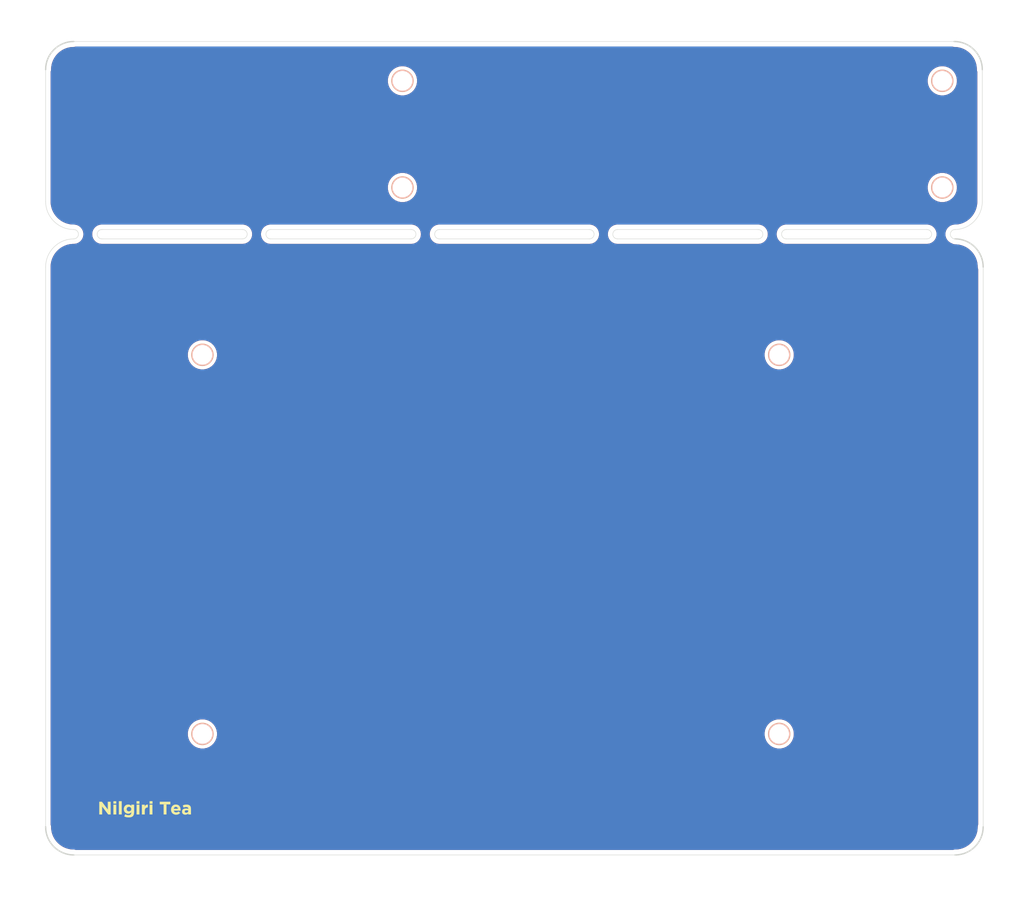
<source format=kicad_pcb>
(kicad_pcb (version 20171130) (host pcbnew "(5.1.4-0-10_14)")
  (layers (0 F.Cu signal) (31 B.Cu signal) (34 B.Paste user hide) (35 F.Paste user hide) (36 B.SilkS user hide) (37 F.SilkS user) (38 B.Mask user) (39 F.Mask user) (44 Edge.Cuts user))
  (net 0 "")
  (module nilgiri:nil_logo (layer F.Cu) (at 95.0595 119.38)
    (fp_text reference H99 hide)
    (fp_text value MountingHole)
    (fp_poly (pts (xy 6.31 0.08) (xy 6.304835 0.509616) (xy 6.59 0.51) (xy 6.59 -0.12) (xy 6.58 -0.2) (xy 6.56 -0.29) (xy 6.53 -0.36) (xy 6.47 -0.43) (xy 6.41 -0.47) (xy 6.33 -0.51) (xy 6.25 -0.53) (xy 6.17 -0.54) (xy 6.126896 -0.537865) (xy 5.98 -0.53) (xy 5.84 -0.5) (xy 5.725025 -0.454666) (xy 5.798406 -0.230563) (xy 5.86 -0.25) (xy 5.97 -0.28) (xy 6.084521 -0.286545) (xy 6.17 -0.28) (xy 6.25 -0.24) (xy 6.29 -0.19) (xy 6.3 -0.15) (xy 6.31 -0.07)) (layer F.SilkS) (width 0))
    (fp_poly (pts (xy 6.304835 0.397478) (xy 6.26 0.44) (xy 6.16 0.5) (xy 6.03 0.53) (xy 5.97 0.53) (xy 5.88 0.52) (xy 5.8 0.49) (xy 5.74 0.45) (xy 5.69 0.39) (xy 5.65 0.32) (xy 5.64 0.23) (xy 5.64 0.17) (xy 5.66 0.07) (xy 5.71 -0.01) (xy 5.78 -0.06) (xy 5.85 -0.09) (xy 5.91 -0.11) (xy 5.99 -0.12) (xy 6.053515 -0.122387) (xy 6.14 -0.12) (xy 6.24 -0.1) (xy 6.30673 -0.07984) (xy 6.36 -0.05) (xy 6.38 0.12) (xy 6.310519 0.092243) (xy 6.22 0.06) (xy 6.123106 0.053486) (xy 6.05 0.06) (xy 5.99 0.08) (xy 5.94 0.12) (xy 5.92 0.18) (xy 5.92 0.21) (xy 5.94 0.27) (xy 5.97 0.3) (xy 6.02 0.32) (xy 6.080559 0.325993) (xy 6.15 0.32) (xy 6.19 0.31) (xy 6.23 0.29) (xy 6.25 0.27) (xy 6.29 0.23) (xy 6.31 0.17) (xy 6.310519 0.144436) (xy 6.38 0.16) (xy 6.38 0.4)) (layer F.SilkS) (width 0))
    (fp_poly (pts (xy 5.17 -0.19) (xy 5.18 -0.16) (xy 5.2 -0.08) (xy 5.38 -0.34) (xy 5.36 -0.37)) (layer F.SilkS) (width 0))
    (fp_poly (pts (xy 4.975889 -0.545444) (xy 4.89 -0.54) (xy 4.8 -0.52) (xy 4.67 -0.45) (xy 4.58 -0.36) (xy 4.52 -0.26) (xy 4.48 -0.16) (xy 4.463776 -0.002497) (xy 4.47 0.1) (xy 4.5 0.21) (xy 4.54 0.29) (xy 4.61 0.38) (xy 4.7 0.45) (xy 4.81 0.5) (xy 4.92 0.53) (xy 5.004828 0.532871) (xy 5.14 0.52) (xy 5.24 0.49) (xy 5.34 0.43) (xy 5.428058 0.339601) (xy 5.259937 0.190773) (xy 5.17 0.26) (xy 5.09 0.29) (xy 5.00879 0.297054) (xy 4.93 0.29) (xy 4.85 0.25) (xy 4.8 0.2) (xy 4.77 0.14) (xy 4.755575 0.094138) (xy 5.476462 0.094138) (xy 5.48 0.01) (xy 5.47 -0.12) (xy 5.45 -0.21) (xy 5.38 -0.35) (xy 5.194308 -0.089486) (xy 4.751786 -0.089486) (xy 4.78 -0.18) (xy 4.82 -0.24) (xy 4.87 -0.28) (xy 4.91 -0.3) (xy 4.975889 -0.3098) (xy 5.05 -0.3) (xy 5.12 -0.26) (xy 5.17 -0.19) (xy 5.37 -0.36) (xy 5.32 -0.42) (xy 5.24 -0.48) (xy 5.17 -0.51) (xy 5.11 -0.53) (xy 5.03 -0.54)) (layer F.SilkS) (width 0))
    (fp_poly (pts (xy 3.26667 -0.568699) (xy 3.26667 -0.8431) (xy 4.387531 -0.8431) (xy 4.387531 -0.568699)) (layer F.SilkS) (width 0))
    (fp_poly (pts (xy 3.678359 -0.568699) (xy 3.976015 -0.568699) (xy 3.976015 0.509616) (xy 3.678359 0.509616)) (layer F.SilkS) (width 0))
    (fp_poly (pts (xy 1.67 -0.35) (xy 1.69 -0.39) (xy 1.74 -0.46) (xy 1.8 -0.5) (xy 1.85 -0.53) (xy 1.92 -0.54) (xy 1.99 -0.54) (xy 1.986644 -0.238314) (xy 1.93 -0.24) (xy 1.85 -0.22) (xy 1.77 -0.18) (xy 1.7 -0.1) (xy 1.67 0) (xy 1.66 0.1) (xy 1.656087 0.509616) (xy 1.362393 0.509616) (xy 1.362393 -0.526152) (xy 1.656087 -0.526152) (xy 1.66 -0.33)) (layer F.SilkS) (width 0))
    (fp_line (start 2.183187 -0.526152) (end 2.477053 -0.526152) (layer F.SilkS) (width 0.01))
    (fp_line (start 2.477053 -0.526152) (end 2.477053 0.509616) (layer F.SilkS) (width 0.01))
    (fp_line (start 2.477053 0.509616) (end 2.183187 0.509616) (layer F.SilkS) (width 0.01))
    (fp_line (start 2.183187 0.509616) (end 2.183187 -0.526152) (layer F.SilkS) (width 0.01))
    (fp_poly (pts (xy 2.175608 -0.90115) (xy 2.484805 -0.90115) (xy 2.484805 -0.640184) (xy 2.175608 -0.640184)) (layer F.SilkS) (width 0))
    (fp_poly (pts (xy 2.183187 -0.526152) (xy 2.477053 -0.526152) (xy 2.477053 0.509616) (xy 2.183187 0.509616)) (layer F.SilkS) (width 0))
    (fp_line (start 0.792574 -0.526152) (end 1.08644 -0.526152) (layer F.SilkS) (width 0.01))
    (fp_line (start 1.08644 -0.526152) (end 1.08644 0.509616) (layer F.SilkS) (width 0.01))
    (fp_line (start 1.08644 0.509616) (end 0.792574 0.509616) (layer F.SilkS) (width 0.01))
    (fp_line (start 0.792574 0.509616) (end 0.792574 -0.526152) (layer F.SilkS) (width 0.01))
    (fp_poly (pts (xy 0.784995 -0.90115) (xy 1.094192 -0.90115) (xy 1.094192 -0.640184) (xy 0.784995 -0.640184)) (layer F.SilkS) (width 0))
    (fp_poly (pts (xy 0.792574 -0.526152) (xy 1.08644 -0.526152) (xy 1.08644 0.509616) (xy 0.792574 0.509616)) (layer F.SilkS) (width 0))
    (fp_poly (pts (xy -0.56 0.04) (xy -0.55 0.1) (xy -0.53 0.16) (xy -0.49 0.23) (xy -0.45 0.28) (xy -0.4 0.33) (xy -0.35 0.36) (xy -0.27 0.4) (xy -0.17 0.42) (xy -0.110902 0.424522) (xy -0.04 0.42) (xy 0.04 0.4) (xy 0.12 0.36) (xy 0.17 0.32) (xy 0.24 0.25) (xy 0.21 0.04) (xy 0.16 0.11) (xy 0.1 0.15) (xy 0.05 0.17) (xy -0.01 0.18) (xy -0.11 0.17) (xy -0.19 0.13) (xy -0.24 0.07) (xy -0.27 0.02) (xy -0.28 -0.02)) (layer F.SilkS) (width 0))
    (fp_poly (pts (xy 0.23 -0.06) (xy 0.22 -0.14) (xy 0.18 -0.21) (xy 0.13 -0.26) (xy 0.07 -0.29) (xy 0.01 -0.3) (xy -0.02598 -0.302048) (xy -0.11 -0.29) (xy -0.18 -0.26) (xy -0.22 -0.22) (xy -0.25 -0.17) (xy -0.27 -0.12) (xy -0.277128 -0.05848) (xy -0.27 -0.01) (xy -0.56 0.04) (xy -0.57 -0.02) (xy -0.570822 -0.05848) (xy -0.57 -0.13) (xy -0.55 -0.22) (xy -0.51 -0.32) (xy -0.45 -0.4) (xy -0.4 -0.45) (xy -0.34 -0.49) (xy -0.27 -0.52) (xy -0.19 -0.54) (xy -0.110902 -0.545444) (xy -0.03 -0.54) (xy 0.02 -0.53) (xy 0.09 -0.5) (xy 0.14 -0.47) (xy 0.2 -0.42) (xy 0.23 -0.39) (xy 0.23 -0.53) (xy 0.52 -0.53) (xy 0.52 0.29) (xy 0.51 0.42) (xy 0.49 0.52) (xy 0.47 0.57) (xy 0.45 0.6) (xy 0.41 0.67) (xy 0.34 0.73) (xy 0.3 0.75) (xy 0.24 0.78) (xy 0.18 0.8) (xy 0.12 0.81) (xy 0.03 0.82) (xy -0.060776 0.822603) (xy -0.14 0.82) (xy -0.23 0.81) (xy -0.3 0.8) (xy -0.4 0.77) (xy -0.47 0.74) (xy -0.518629 0.714427) (xy -0.418205 0.494113) (xy -0.35 0.53) (xy -0.3 0.55) (xy -0.23 0.57) (xy -0.17 0.58) (xy -0.068355 0.588853) (xy 0.03 0.58) (xy 0.09 0.56) (xy 0.15 0.52) (xy 0.19 0.47) (xy 0.21 0.42) (xy 0.23 0.34) (xy 0.227234 0.256402) (xy 0.2 0.06) (xy 0.22 0.01)) (layer F.SilkS) (width 0))
    (fp_poly (pts (xy -1.094304 0.509616) (xy -0.800438 0.509616) (xy -0.800438 -0.90115) (xy -1.094304 -0.90115)) (layer F.SilkS) (width 0))
    (fp_poly (pts (xy -1.677559 -0.526152) (xy -1.383693 -0.526152) (xy -1.383693 0.509616) (xy -1.677559 0.509616)) (layer F.SilkS) (width 0))
    (fp_poly (pts (xy -1.685138 -0.90115) (xy -1.375941 -0.90115) (xy -1.375941 -0.640184) (xy -1.685138 -0.640184)) (layer F.SilkS) (width 0))
    (fp_poly (pts (xy -3.185994 -0.8431) (xy -2.911592 -0.8431) (xy -2.277695 -0.010249) (xy -2.277695 -0.8431) (xy -1.984 -0.8431) (xy -1.984 0.509616) (xy -2.237043 0.509616) (xy -2.892128 -0.35028) (xy -2.892128 0.509616) (xy -3.185994 0.509616)) (layer F.SilkS) (width 0))
    (fp_curve (pts (xy 6.080559 0.325993) (xy 6.217846 0.325993) (xy 6.310519 0.250717) (xy 6.310519 0.144436)) (layer F.SilkS) (width 0.01))
    (fp_curve (pts (xy 5.92019 0.200419) (xy 5.92019 0.279656) (xy 5.985819 0.325993) (xy 6.080559 0.325993)) (layer F.SilkS) (width 0.01))
    (fp_curve (pts (xy 5.92019 0.196629) (xy 5.92019 0.196629) (xy 5.92019 0.200419) (xy 5.92019 0.200419)) (layer F.SilkS) (width 0.01))
    (fp_curve (pts (xy 6.123106 0.053486) (xy 5.997532 0.053486) (xy 5.92019 0.103784) (xy 5.92019 0.196629)) (layer F.SilkS) (width 0.01))
    (fp_curve (pts (xy 6.310519 0.092243) (xy 6.260393 0.068989) (xy 6.194592 0.053486) (xy 6.123106 0.053486)) (layer F.SilkS) (width 0.01))
    (fp_curve (pts (xy 6.310519 0.144436) (xy 6.310519 0.144436) (xy 6.310519 0.092243) (xy 6.310519 0.092243)) (layer F.SilkS) (width 0.01))
    (fp_curve (pts (xy 5.991676 0.528909) (xy 5.796511 0.528909) (xy 5.636142 0.416943) (xy 5.636142 0.21196)) (layer F.SilkS) (width 0.01))
    (fp_curve (pts (xy 6.304835 0.397478) (xy 6.233177 0.476716) (xy 6.134647 0.528909) (xy 5.991676 0.528909)) (layer F.SilkS) (width 0.01))
    (fp_curve (pts (xy 6.304835 0.509616) (xy 6.304835 0.509616) (xy 6.304835 0.397478) (xy 6.304835 0.397478)) (layer F.SilkS) (width 0.01))
    (fp_curve (pts (xy 6.588883 0.509616) (xy 6.588883 0.509616) (xy 6.304835 0.509616) (xy 6.304835 0.509616)) (layer F.SilkS) (width 0.01))
    (fp_curve (pts (xy 6.588883 -0.091381) (xy 6.588883 -0.091381) (xy 6.588883 0.509616) (xy 6.588883 0.509616)) (layer F.SilkS) (width 0.01))
    (fp_curve (pts (xy 6.476745 -0.421765) (xy 6.554087 -0.344595) (xy 6.588883 -0.230563) (xy 6.588883 -0.091381)) (layer F.SilkS) (width 0.01))
    (fp_curve (pts (xy 6.126896 -0.537865) (xy 6.287437 -0.537865) (xy 6.403364 -0.495318) (xy 6.476745 -0.421765)) (layer F.SilkS) (width 0.01))
    (fp_curve (pts (xy 5.725025 -0.454666) (xy 5.839058 -0.504964) (xy 5.951196 -0.537865) (xy 6.126896 -0.537865)) (layer F.SilkS) (width 0.01))
    (fp_curve (pts (xy 5.798406 -0.230563) (xy 5.798406 -0.230563) (xy 5.725025 -0.454666) (xy 5.725025 -0.454666)) (layer F.SilkS) (width 0.01))
    (fp_curve (pts (xy 6.084521 -0.286545) (xy 5.972383 -0.286545) (xy 5.893146 -0.265358) (xy 5.798406 -0.230563)) (layer F.SilkS) (width 0.01))
    (fp_curve (pts (xy 6.30673 -0.097237) (xy 6.30673 -0.218849) (xy 6.231282 -0.286545) (xy 6.084521 -0.286545)) (layer F.SilkS) (width 0.01))
    (fp_curve (pts (xy 6.30673 -0.07984) (xy 6.30673 -0.07984) (xy 6.30673 -0.097237) (xy 6.30673 -0.097237)) (layer F.SilkS) (width 0.01))
    (fp_curve (pts (xy 6.053515 -0.122387) (xy 6.157901 -0.122387) (xy 6.233177 -0.104989) (xy 6.30673 -0.07984)) (layer F.SilkS) (width 0.01))
    (fp_curve (pts (xy 5.636142 0.20817) (xy 5.636142 -0.018) (xy 5.808052 -0.122387) (xy 6.053515 -0.122387)) (layer F.SilkS) (width 0.01))
    (fp_curve (pts (xy 5.636142 0.21196) (xy 5.636142 0.21196) (xy 5.636142 0.20817) (xy 5.636142 0.20817)) (layer F.SilkS) (width 0.01))
    (fp_curve (pts (xy 4.751786 -0.089486) (xy 4.751786 -0.089486) (xy 5.194308 -0.089486) (xy 5.194308 -0.089486)) (layer F.SilkS) (width 0.01))
    (fp_curve (pts (xy 4.975889 -0.3098) (xy 4.854105 -0.3098) (xy 4.774868 -0.222811) (xy 4.751786 -0.089486)) (layer F.SilkS) (width 0.01))
    (fp_curve (pts (xy 5.194308 -0.089486) (xy 5.176911 -0.220916) (xy 5.099568 -0.3098) (xy 4.975889 -0.3098)) (layer F.SilkS) (width 0.01))
    (fp_curve (pts (xy 5.004828 0.532871) (xy 4.693736 0.532871) (xy 4.463776 0.314452) (xy 4.463776 -0.002497)) (layer F.SilkS) (width 0.01))
    (fp_curve (pts (xy 5.428058 0.339601) (xy 5.331423 0.459318) (xy 5.192413 0.532871) (xy 5.004828 0.532871)) (layer F.SilkS) (width 0.01))
    (fp_curve (pts (xy 5.259937 0.190773) (xy 5.259937 0.190773) (xy 5.428058 0.339601) (xy 5.428058 0.339601)) (layer F.SilkS) (width 0.01))
    (fp_curve (pts (xy 5.00879 0.297054) (xy 5.10732 0.297054) (xy 5.178805 0.266048) (xy 5.259937 0.190773)) (layer F.SilkS) (width 0.01))
    (fp_curve (pts (xy 4.755575 0.094138) (xy 4.784686 0.227463) (xy 4.877359 0.297054) (xy 5.00879 0.297054)) (layer F.SilkS) (width 0.01))
    (fp_curve (pts (xy 5.476462 0.094138) (xy 5.476462 0.094138) (xy 4.755575 0.094138) (xy 4.755575 0.094138)) (layer F.SilkS) (width 0.01))
    (fp_curve (pts (xy 5.480251 0.016795) (xy 5.480251 0.04005) (xy 5.478356 0.067094) (xy 5.476462 0.094138)) (layer F.SilkS) (width 0.01))
    (fp_curve (pts (xy 4.975889 -0.545444) (xy 5.321777 -0.545444) (xy 5.480251 -0.276899) (xy 5.480251 0.016795)) (layer F.SilkS) (width 0.01))
    (fp_curve (pts (xy 4.463776 -0.006287) (xy 4.463776 -0.302048) (xy 4.674443 -0.545444) (xy 4.975889 -0.545444)) (layer F.SilkS) (width 0.01))
    (fp_curve (pts (xy 4.463776 -0.002497) (xy 4.463776 -0.002497) (xy 4.463776 -0.006287) (xy 4.463776 -0.006287)) (layer F.SilkS) (width 0.01))
    (fp_line (start 3.678359 0.509616) (end 3.678359 -0.568699) (layer F.SilkS) (width 0.01))
    (fp_line (start 3.976015 0.509616) (end 3.678359 0.509616) (layer F.SilkS) (width 0.01))
    (fp_line (start 3.976015 -0.568699) (end 3.976015 0.509616) (layer F.SilkS) (width 0.01))
    (fp_line (start 4.387531 -0.568699) (end 3.976015 -0.568699) (layer F.SilkS) (width 0.01))
    (fp_line (start 4.387531 -0.8431) (end 4.387531 -0.568699) (layer F.SilkS) (width 0.01))
    (fp_line (start 3.26667 -0.8431) (end 4.387531 -0.8431) (layer F.SilkS) (width 0.01))
    (fp_line (start 3.26667 -0.568699) (end 3.26667 -0.8431) (layer F.SilkS) (width 0.01))
    (fp_line (start 3.678359 -0.568699) (end 3.26667 -0.568699) (layer F.SilkS) (width 0.01))
    (fp_line (start 2.183187 0.509616) (end 2.183187 -0.526152) (layer F.SilkS) (width 0.01))
    (fp_line (start 2.477054 0.509616) (end 2.183187 0.509616) (layer F.SilkS) (width 0.01))
    (fp_line (start 2.477054 -0.526152) (end 2.477054 0.509616) (layer F.SilkS) (width 0.01))
    (fp_line (start 2.183187 -0.526152) (end 2.477054 -0.526152) (layer F.SilkS) (width 0.01))
    (fp_line (start 2.175608 -0.640184) (end 2.175608 -0.90115) (layer F.SilkS) (width 0.01))
    (fp_line (start 2.484805 -0.640184) (end 2.175608 -0.640184) (layer F.SilkS) (width 0.01))
    (fp_line (start 2.484805 -0.90115) (end 2.484805 -0.640184) (layer F.SilkS) (width 0.01))
    (fp_line (start 2.175608 -0.90115) (end 2.484805 -0.90115) (layer F.SilkS) (width 0.01))
    (fp_curve (pts (xy 1.362393 0.509616) (xy 1.362393 0.509616) (xy 1.362393 -0.526152) (xy 1.362393 -0.526152)) (layer F.SilkS) (width 0.01))
    (fp_curve (pts (xy 1.656087 0.509616) (xy 1.656087 0.509616) (xy 1.362393 0.509616) (xy 1.362393 0.509616)) (layer F.SilkS) (width 0.01))
    (fp_curve (pts (xy 1.656087 0.127038) (xy 1.656087 0.127038) (xy 1.656087 0.509616) (xy 1.656087 0.509616)) (layer F.SilkS) (width 0.01))
    (fp_curve (pts (xy 1.971141 -0.238314) (xy 1.775977 -0.238314) (xy 1.656087 -0.120319) (xy 1.656087 0.127038)) (layer F.SilkS) (width 0.01))
    (fp_curve (pts (xy 1.986644 -0.238314) (xy 1.986644 -0.238314) (xy 1.971141 -0.238314) (xy 1.971141 -0.238314)) (layer F.SilkS) (width 0.01))
    (fp_curve (pts (xy 1.986644 -0.545444) (xy 1.986644 -0.545444) (xy 1.986644 -0.238314) (xy 1.986644 -0.238314)) (layer F.SilkS) (width 0.01))
    (fp_curve (pts (xy 1.656087 -0.317551) (xy 1.716032 -0.460523) (xy 1.812667 -0.553196) (xy 1.986644 -0.545444)) (layer F.SilkS) (width 0.01))
    (fp_line (start -3.185994 0.509616) (end -3.185994 -0.8431) (layer F.SilkS) (width 0.01))
    (fp_line (start -2.277695 -0.8431) (end -1.984 -0.8431) (layer F.SilkS) (width 0.01))
    (fp_line (start -2.911592 -0.8431) (end -2.277695 -0.010249) (layer F.SilkS) (width 0.01))
    (fp_line (start -3.185994 -0.8431) (end -2.911592 -0.8431) (layer F.SilkS) (width 0.01))
    (fp_line (start 1.086441 -0.526152) (end 1.086441 0.509616) (layer F.SilkS) (width 0.01))
    (fp_line (start 0.792574 -0.526152) (end 1.086441 -0.526152) (layer F.SilkS) (width 0.01))
    (fp_line (start 0.784995 -0.640184) (end 0.784995 -0.90115) (layer F.SilkS) (width 0.01))
    (fp_curve (pts (xy 1.656087 -0.526152) (xy 1.656087 -0.526152) (xy 1.656087 -0.317551) (xy 1.656087 -0.317551)) (layer F.SilkS) (width 0.01))
    (fp_curve (pts (xy 1.362393 -0.526152) (xy 1.362393 -0.526152) (xy 1.656087 -0.526152) (xy 1.656087 -0.526152)) (layer F.SilkS) (width 0.01))
    (fp_line (start 1.094192 -0.640184) (end 0.784995 -0.640184) (layer F.SilkS) (width 0.01))
    (fp_line (start 1.094192 -0.90115) (end 1.094192 -0.640184) (layer F.SilkS) (width 0.01))
    (fp_line (start 0.784995 -0.90115) (end 1.094192 -0.90115) (layer F.SilkS) (width 0.01))
    (fp_curve (pts (xy -0.02598 0.181126) (xy 0.116991 0.181126) (xy 0.227234 0.082597) (xy 0.227234 -0.05848)) (layer F.SilkS) (width 0.01))
    (fp_curve (pts (xy 0.227234 0.256402) (xy 0.140245 0.360788) (xy 0.045505 0.424522) (xy -0.110902 0.424522)) (layer F.SilkS) (width 0.01))
    (fp_curve (pts (xy 0.227234 0.3067) (xy 0.227234 0.3067) (xy 0.227234 0.256402) (xy 0.227234 0.256402)) (layer F.SilkS) (width 0.01))
    (fp_curve (pts (xy -0.068355 0.588853) (xy 0.132494 0.588853) (xy 0.227234 0.492219) (xy 0.227234 0.3067)) (layer F.SilkS) (width 0.01))
    (fp_curve (pts (xy -0.418205 0.494113) (xy -0.311923 0.554058) (xy -0.205642 0.588853) (xy -0.068355 0.588853)) (layer F.SilkS) (width 0.01))
    (fp_curve (pts (xy -0.518629 0.714427) (xy -0.518629 0.714427) (xy -0.418205 0.494113) (xy -0.418205 0.494113)) (layer F.SilkS) (width 0.01))
    (fp_line (start -1.094304 0.509616) (end -1.094304 -0.90115) (layer F.SilkS) (width 0.01))
    (fp_line (start -0.800438 0.509616) (end -1.094304 0.509616) (layer F.SilkS) (width 0.01))
    (fp_line (start -0.800438 -0.90115) (end -0.800438 0.509616) (layer F.SilkS) (width 0.01))
    (fp_line (start -1.094304 -0.90115) (end -0.800438 -0.90115) (layer F.SilkS) (width 0.01))
    (fp_line (start -1.677559 0.509616) (end -1.677559 -0.526152) (layer F.SilkS) (width 0.01))
    (fp_curve (pts (xy -0.060776 0.822603) (xy -0.228897 0.822603) (xy -0.387371 0.784018) (xy -0.518629 0.714427)) (layer F.SilkS) (width 0.01))
    (fp_curve (pts (xy 0.385709 0.683594) (xy 0.289074 0.780229) (xy 0.140245 0.822603) (xy -0.060776 0.822603)) (layer F.SilkS) (width 0.01))
    (fp_curve (pts (xy 0.517139 0.275867) (xy 0.517139 0.461385) (xy 0.472697 0.596605) (xy 0.385709 0.683594)) (layer F.SilkS) (width 0.01))
    (fp_curve (pts (xy 0.517139 -0.526152) (xy 0.517139 -0.526152) (xy 0.517139 0.275867) (xy 0.517139 0.275867)) (layer F.SilkS) (width 0.01))
    (fp_curve (pts (xy 0.223445 -0.526152) (xy 0.223445 -0.526152) (xy 0.517139 -0.526152) (xy 0.517139 -0.526152)) (layer F.SilkS) (width 0.01))
    (fp_curve (pts (xy 0.223445 -0.390932) (xy 0.223445 -0.390932) (xy 0.223445 -0.526152) (xy 0.223445 -0.526152)) (layer F.SilkS) (width 0.01))
    (fp_curve (pts (xy -0.110902 -0.545444) (xy 0.049467 -0.545444) (xy 0.144207 -0.47792) (xy 0.223445 -0.390932)) (layer F.SilkS) (width 0.01))
    (fp_curve (pts (xy -0.570822 -0.062442) (xy -0.570822 -0.371639) (xy -0.348614 -0.545444) (xy -0.110902 -0.545444)) (layer F.SilkS) (width 0.01))
    (fp_curve (pts (xy -0.570822 -0.05848) (xy -0.570822 -0.05848) (xy -0.570822 -0.062442) (xy -0.570822 -0.062442)) (layer F.SilkS) (width 0.01))
    (fp_curve (pts (xy -0.110902 0.424522) (xy -0.352575 0.424522) (xy -0.570822 0.24865) (xy -0.570822 -0.05848)) (layer F.SilkS) (width 0.01))
    (fp_line (start -1.383693 0.509616) (end -1.677559 0.509616) (layer F.SilkS) (width 0.01))
    (fp_line (start -1.383693 -0.526152) (end -1.383693 0.509616) (layer F.SilkS) (width 0.01))
    (fp_line (start -1.677559 -0.526152) (end -1.383693 -0.526152) (layer F.SilkS) (width 0.01))
    (fp_line (start -2.892128 0.509616) (end -3.185994 0.509616) (layer F.SilkS) (width 0.01))
    (fp_line (start -2.892128 -0.35028) (end -2.892128 0.509616) (layer F.SilkS) (width 0.01))
    (fp_curve (pts (xy -0.277128 -0.05848) (xy -0.277128 0.084491) (xy -0.168952 0.181126) (xy -0.02598 0.181126)) (layer F.SilkS) (width 0.01))
    (fp_curve (pts (xy -0.277128 -0.062442) (xy -0.277128 -0.062442) (xy -0.277128 -0.05848) (xy -0.277128 -0.05848)) (layer F.SilkS) (width 0.01))
    (fp_curve (pts (xy -0.02598 -0.302048) (xy -0.168952 -0.302048) (xy -0.277128 -0.203519) (xy -0.277128 -0.062442)) (layer F.SilkS) (width 0.01))
    (fp_line (start 0.792574 0.509616) (end 0.792574 -0.526152) (layer F.SilkS) (width 0.01))
    (fp_line (start 1.086441 0.509616) (end 0.792574 0.509616) (layer F.SilkS) (width 0.01))
    (fp_line (start -1.984 0.509616) (end -2.237043 0.509616) (layer F.SilkS) (width 0.01))
    (fp_line (start -2.277695 -0.010249) (end -2.277695 -0.8431) (layer F.SilkS) (width 0.01))
    (fp_line (start -2.237043 0.509616) (end -2.892128 -0.35028) (layer F.SilkS) (width 0.01))
    (fp_curve (pts (xy 0.227234 -0.062442) (xy 0.227234 -0.203519) (xy 0.116991 -0.302048) (xy -0.02598 -0.302048)) (layer F.SilkS) (width 0.01))
    (fp_curve (pts (xy 0.227234 -0.05848) (xy 0.227234 -0.05848) (xy 0.227234 -0.062442) (xy 0.227234 -0.062442)) (layer F.SilkS) (width 0.01))
    (fp_line (start -1.984 -0.8431) (end -1.984 0.509616) (layer F.SilkS) (width 0.01))
  )
  (module nilgiri:M2_vis (layer F.Cu) (at 181.784 53.02)
    (fp_text reference H4 hide)
    (fp_text value MountingHole hide)
    (fp_circle (center 0 0) (end 1 0) (layer F.SilkS) (width 0.4))
    (fp_circle (center 0 0) (end 1 0) (layer B.SilkS) (width 0.4))
    (pad "" np_thru_hole circle (at 0 0) (size 2.1 2.1) (drill 2.1) (layers *.Cu *.Mask))
  )
  (module nilgiri:M2_vis (layer F.Cu) (at 164.3888 111.3028)
    (fp_text reference H8 hide)
    (fp_text value MountingHole hide)
    (fp_circle (center 0 0) (end 1 0) (layer F.SilkS) (width 0.4))
    (fp_circle (center 0 0) (end 1 0) (layer B.SilkS) (width 0.4))
    (pad "" np_thru_hole circle (at 0 0) (size 2.1 2.1) (drill 2.1) (layers *.Cu *.Mask))
  )
  (module nilgiri:M2_vis (layer F.Cu) (at 164.3888 70.866)
    (fp_text reference H7 hide)
    (fp_text value MountingHole hide)
    (fp_circle (center 0 0) (end 1 0) (layer F.SilkS) (width 0.4))
    (fp_circle (center 0 0) (end 1 0) (layer B.SilkS) (width 0.4))
    (pad "" np_thru_hole circle (at 0 0) (size 2.1 2.1) (drill 2.1) (layers *.Cu *.Mask))
  )
  (module nilgiri:M2_vis (layer F.Cu) (at 102.87 111.3028)
    (fp_text reference H6 hide)
    (fp_text value MountingHole hide)
    (fp_circle (center 0 0) (end 1 0) (layer F.SilkS) (width 0.4))
    (fp_circle (center 0 0) (end 1 0) (layer B.SilkS) (width 0.4))
    (pad "" np_thru_hole circle (at 0 0) (size 2.1 2.1) (drill 2.1) (layers *.Cu *.Mask))
  )
  (module nilgiri:M2_vis (layer F.Cu) (at 102.87 70.866)
    (fp_text reference H5 hide)
    (fp_text value MountingHole hide)
    (fp_circle (center 0 0) (end 1 0) (layer F.SilkS) (width 0.4))
    (fp_circle (center 0 0) (end 1 0) (layer B.SilkS) (width 0.4))
    (pad "" np_thru_hole circle (at 0 0) (size 2.1 2.1) (drill 2.1) (layers *.Cu *.Mask))
  )
  (module nilgiri:M2_vis (layer F.Cu) (at 181.784 41.64)
    (fp_text reference H3 hide)
    (fp_text value MountingHole hide)
    (fp_circle (center 0 0) (end 1 0) (layer F.SilkS) (width 0.4))
    (fp_circle (center 0 0) (end 1 0) (layer B.SilkS) (width 0.4))
    (pad "" np_thru_hole circle (at 0 0) (size 2.1 2.1) (drill 2.1) (layers *.Cu *.Mask))
  )
  (module nilgiri:M2_vis (layer F.Cu) (at 124.206 53.02)
    (fp_text reference H2 hide)
    (fp_text value MountingHole hide)
    (fp_circle (center 0 0) (end 1 0) (layer F.SilkS) (width 0.4))
    (fp_circle (center 0 0) (end 1 0) (layer B.SilkS) (width 0.4))
    (pad "" np_thru_hole circle (at 0 0) (size 2.1 2.1) (drill 2.1) (layers *.Cu *.Mask))
  )
  (module nilgiri:M2_vis (layer F.Cu) (at 124.206 41.64)
    (fp_text reference H1 hide)
    (fp_text value MountingHole hide)
    (fp_circle (center 0 0) (end 1 0) (layer F.SilkS) (width 0.4))
    (fp_circle (center 0 0) (end 1 0) (layer B.SilkS) (width 0.4))
    (pad "" np_thru_hole circle (at 0 0) (size 2.1 2.1) (drill 2.1) (layers *.Cu *.Mask))
  )
  (gr_line (start 147.145183 57.5) (end 162.145183 57.5) (layer Edge.Cuts) (width 0.05))
  (gr_line (start 165.145183 57.5) (end 180.145183 57.5) (layer Edge.Cuts) (width 0.05))
  (gr_curve (pts (xy 183.146358 57.5) (xy 184.712754 57.5) (xy 186.053305 56.155918) (xy 186.053305 54.501389)) (layer Edge.Cuts) (width 0.05))
  (gr_line (start 128.145183 57.5) (end 144.145183 57.5) (layer Edge.Cuts) (width 0.05))
  (gr_line (start 110.145183 57.5) (end 125.145183 57.5) (layer Edge.Cuts) (width 0.05))
  (gr_line (start 92.145183 57.5) (end 107.145183 57.5) (layer Edge.Cuts) (width 0.05))
  (gr_line (start 186.053305 54.501389) (end 186.053305 40.44424) (layer Edge.Cuts) (width 0.05))
  (gr_arc (start 162.145183 58) (end 162.145183 58.5) (angle -180) (layer Edge.Cuts) (width 0.05))
  (gr_arc (start 165.145183 58) (end 165.145183 57.5) (angle -180) (layer Edge.Cuts) (width 0.05))
  (gr_arc (start 180.145183 58) (end 180.145183 58.5) (angle -180) (layer Edge.Cuts) (width 0.05))
  (gr_arc (start 183.146358 58) (end 183.146358 57.5) (angle -180) (layer Edge.Cuts) (width 0.05))
  (gr_line (start 165.145183 58.5) (end 180.145183 58.5) (layer Edge.Cuts) (width 0.05))
  (gr_arc (start 147.145183 58) (end 147.145183 57.5) (angle -180) (layer Edge.Cuts) (width 0.05))
  (gr_line (start 128.145183 58.5) (end 144.145183 58.5) (layer Edge.Cuts) (width 0.05))
  (gr_arc (start 128.145183 58) (end 128.145183 57.5) (angle -180) (layer Edge.Cuts) (width 0.05))
  (gr_arc (start 144.145183 58) (end 144.145183 58.5) (angle -180) (layer Edge.Cuts) (width 0.05))
  (gr_line (start 147.145183 58.5) (end 162.145183 58.5) (layer Edge.Cuts) (width 0.05))
  (gr_line (start 110.145183 58.5) (end 125.145183 58.5) (layer Edge.Cuts) (width 0.05))
  (gr_arc (start 110.145183 58) (end 110.145183 57.5) (angle -180) (layer Edge.Cuts) (width 0.05))
  (gr_arc (start 125.145183 58) (end 125.145183 58.5) (angle -180) (layer Edge.Cuts) (width 0.05))
  (gr_line (start 92.145183 58.5) (end 107.145183 58.5) (layer Edge.Cuts) (width 0.05))
  (gr_arc (start 107.145183 58) (end 107.145183 58.5) (angle -180) (layer Edge.Cuts) (width 0.05))
  (gr_arc (start 92.145183 58) (end 92.145183 57.5) (angle -180) (layer Edge.Cuts) (width 0.05))
  (gr_arc (start 89.145183 58) (end 89.145183 58.5) (angle -180) (layer Edge.Cuts) (width 0.05))
  (gr_curve (pts (xy 186.144947 61.498611) (xy 186.144969 59.840551) (xy 184.800886 58.5) (xy 183.146358 58.5)) (layer Edge.Cuts) (width 0.15))
  (gr_curve (pts (xy 186.053305 40.44424) (xy 186.053327 38.78618) (xy 184.709244 37.445629) (xy 183.054716 37.445629)) (layer Edge.Cuts) (width 0.15))
  (gr_curve (pts (xy 86.146572 54.501389) (xy 86.146572 56.159449) (xy 87.490655 57.5) (xy 89.145183 57.5)) (layer Edge.Cuts) (width 0.05))
  (gr_curve (pts (xy 89.145183 37.445629) (xy 87.487124 37.445629) (xy 86.146572 38.789711) (xy 86.146572 40.44424)) (layer Edge.Cuts) (width 0.15))
  (gr_line (start 86.146572 54.501389) (end 86.146572 40.44424) (layer Edge.Cuts) (width 0.05))
  (gr_line (start 186.144947 61.498611) (end 186.144947 121.210692) (layer Edge.Cuts) (width 0.05))
  (gr_line (start 86.146572 121.210692) (end 86.146572 61.498611) (layer Edge.Cuts) (width 0.05))
  (gr_line (start 89.145183 37.445629) (end 183.054716 37.445629) (layer Edge.Cuts) (width 0.05))
  (gr_line (start 89.145183 124.209303) (end 183.15 124.209303) (layer Edge.Cuts) (width 0.05))
  (gr_curve (pts (xy 86.146572 121.210692) (xy 86.146572 122.868752) (xy 87.490655 124.209303) (xy 89.145183 124.209303)) (layer Edge.Cuts) (width 0.15))
  (gr_curve (pts (xy 183.146336 124.209303) (xy 184.804396 124.209303) (xy 186.144947 122.865221) (xy 186.144947 121.210692)) (layer Edge.Cuts) (width 0.15))
  (gr_curve (pts (xy 89.145183 58.5) (xy 87.487124 58.5) (xy 86.146572 59.844082) (xy 86.146572 61.498611)) (layer Edge.Cuts) (width 0.05))
  (zone (net 0) (net_name "") (layer F.Cu) (connect_pads (clearance 0.508)) (min_thickness 0.254) (fill yes (arc_segments 32) (thermal_gap 0.508) (thermal_bridge_width 0.508))
    (polygon (pts (xy 81.28 33.02) (xy 190.5 33.02) (xy 190.5 129.54) (xy 81.28 129.54)))
  )
  (zone (net 0) (net_name "") (layer B.Cu) (connect_pads (clearance 0.508)) (min_thickness 0.254) (fill yes (arc_segments 32) (thermal_gap 0.508) (thermal_bridge_width 0.508))
    (polygon (pts (xy 81.28 33.02) (xy 190.5 33.02) (xy 190.5 129.54) (xy 81.28 129.54)))
  )
)
</source>
